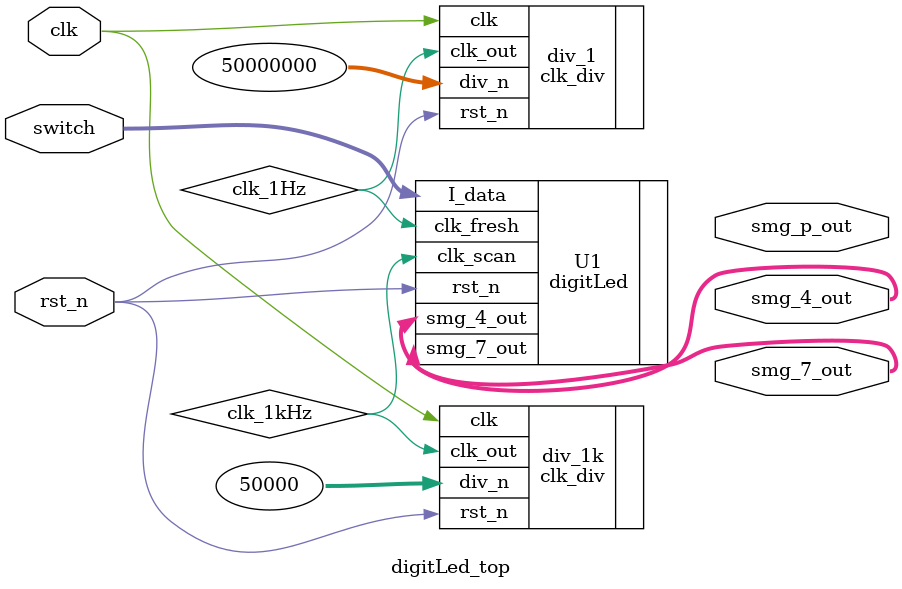
<source format=v>
module digitLed_top (
    input  wire         clk,
    input  wire           rst_n,
    input  wire [ 15:0] switch,
    output wire [7-1:0] smg_7_out,
    output wire [  3:0] smg_4_out,
    output              smg_p_out
);


  wire clk_1kHz,clk_1Hz;

  clk_div div_1k (
      .clk    (clk),
      .div_n  (50000),    //1k=50M/50_000,
      .rst_n  (rst_n),
      .clk_out(clk_1kHz)
  );

  clk_div div_1 (
      .clk    (clk),
      .div_n  (50000000),    //1Hz=50M/50_000_000,
      .rst_n  (rst_n),
      .clk_out(clk_1Hz)
  );

  digitLed U1 (
      .clk_scan(clk_1kHz), //scan com clock, 1kHz recommanded
      .clk_fresh(clk_1Hz), //data/number fresh clock, 1Hz recommanded
      .rst_n    (rst_n),
      .I_data   (switch),
      .smg_7_out(smg_7_out),
      .smg_4_out(smg_4_out)
  );

endmodule  //digitLed_top

</source>
